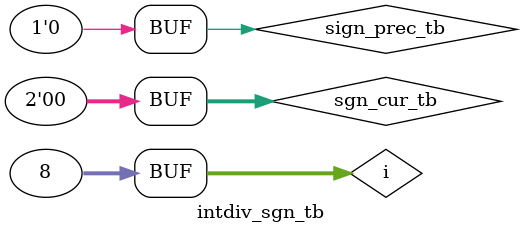
<source format=v>
`timescale 1ns / 1ps

`define NEG1 2'b11
`define ZERO 2'b00
`define POS1_1 2'b01
`define POS1_2 2'b10

`define NEGATIVE 1'b1
`define POSITIVE 1'b0

module intdiv_sgn(sgn_cur, sign_prec, out);
  // IN
  input [1:0] sgn_cur; //sd2
  input sign_prec;
  // OUT
  output out;

  wire [1:0] sgn_cur;
  wire sign_prec;
  
  /*
  assign out = (sign_prec & ~sgn_cur[1] & sgn_cur[0]) |
		(sign_prec & sgn_cur[1] & ~sgn_cur[0]) |
		(~sign_prec & sgn_cur[1] & sgn_cur[0]);
		// | (~sgn_cur[1] & ~sgn_cur[0]);
  */

  assign out = (sign_prec & ~sgn_cur[1] & sgn_cur[0]) |
		(sign_prec & sgn_cur[1] & ~sgn_cur[0]) |
		(~sign_prec & sgn_cur[1] & sgn_cur[0]);
		// | (~sgn_cur[1] & ~sgn_cur[0]);
endmodule

module intdiv_sgn_tb();
  reg sign_prec_tb;
  reg [1:0] sgn_cur_tb;
  wire out_tb;

  intdiv_sgn idsgn(
	.sgn_cur(sgn_cur_tb),
	.sign_prec(sign_prec_tb),
	.out(out_tb)
	);

  integer i;

  initial
  begin
	sign_prec_tb = `POSITIVE;
	sgn_cur_tb = `ZERO;
	#100;
	for(i=0; i<8; i=i+1)
	begin
	  #10;
	  {sgn_cur_tb, sign_prec_tb} = {sgn_cur_tb, sign_prec_tb}+1'b1;
	end
  end	

endmodule

</source>
